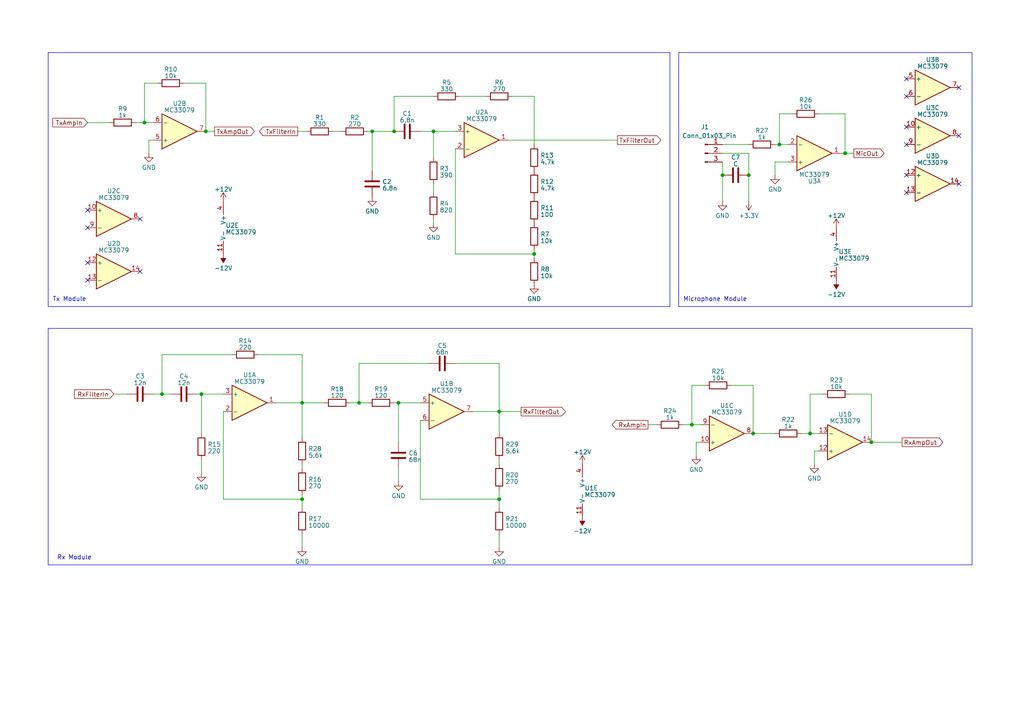
<source format=kicad_sch>
(kicad_sch (version 20230121) (generator eeschema)
  (paper "A4")
  (lib_symbols
    (symbol "Amplifier_Operational:MC33079" (pin_names (offset 0.127))
      (property "Reference" "U" (at 0 5.08 0))
      (property "Value" "MC33079" (at 0 -5.08 0))
      (symbol "MC33079_1_1"
        (polyline (pts (xy -5.08 5.08) (xy 5.08 0) (xy -5.08 -5.08) (xy -5.08 5.08)) (stroke (width 0.254)) (fill (type background)))
        (pin output line (at 7.62 0 180) (length 2.54) (name "~") (number "1"))
        (pin input line (at -7.62 -2.54 0) (length 2.54) (name "-") (number "2"))
        (pin input line (at -7.62 2.54 0) (length 2.54) (name "+") (number "3"))
      )
      (symbol "MC33079_2_1"
        (polyline (pts (xy -5.08 5.08) (xy 5.08 0) (xy -5.08 -5.08) (xy -5.08 5.08)) (stroke (width 0.254)) (fill (type background)))
        (pin input line (at -7.62 2.54 0) (length 2.54) (name "+") (number "5"))
        (pin input line (at -7.62 -2.54 0) (length 2.54) (name "-") (number "6"))
        (pin output line (at 7.62 0 180) (length 2.54) (name "~") (number "7"))
      )
      (symbol "MC33079_3_1"
        (polyline (pts (xy -5.08 5.08) (xy 5.08 0) (xy -5.08 -5.08) (xy -5.08 5.08)) (stroke (width 0.254)) (fill (type background)))
        (pin input line (at -7.62 2.54 0) (length 2.54) (name "+") (number "10"))
        (pin output line (at 7.62 0 180) (length 2.54) (name "~") (number "8"))
        (pin input line (at -7.62 -2.54 0) (length 2.54) (name "-") (number "9"))
      )
      (symbol "MC33079_4_1"
        (polyline (pts (xy -5.08 5.08) (xy 5.08 0) (xy -5.08 -5.08) (xy -5.08 5.08)) (stroke (width 0.254)) (fill (type background)))
        (pin input line (at -7.62 2.54 0) (length 2.54) (name "+") (number "12"))
        (pin input line (at -7.62 -2.54 0) (length 2.54) (name "-") (number "13"))
        (pin output line (at 7.62 0 180) (length 2.54) (name "~") (number "14"))
      )
      (symbol "MC33079_5_1"
        (pin power_in line (at -2.54 -7.62 90) (length 3.81) (name "V-") (number "11"))
        (pin power_in line (at -2.54 7.62 270) (length 3.81) (name "V+") (number "4"))
      )
    )
    (symbol "Connector:Conn_01x03_Pin" (pin_names (offset 1.016) hide)
      (property "Reference" "J" (at 0 5.08 0))
      (property "Value" "Conn_01x03_Pin" (at 0 -5.08 0))
      (symbol "Conn_01x03_Pin_1_1"
        (polyline (pts (xy 1.27 -2.54) (xy 0.8636 -2.54)) (stroke (width 0.1524)))
        (polyline (pts (xy 1.27 0) (xy 0.8636 0)) (stroke (width 0.1524)))
        (polyline (pts (xy 1.27 2.54) (xy 0.8636 2.54)) (stroke (width 0.1524)))
        (rectangle (start 0.8636 -2.413) (end 0 -2.667) (stroke (width 0.1524)) (fill (type outline)))
        (rectangle (start 0.8636 0.127) (end 0 -0.127) (stroke (width 0.1524)) (fill (type outline)))
        (rectangle (start 0.8636 2.667) (end 0 2.413) (stroke (width 0.1524)) (fill (type outline)))
        (pin passive line (at 5.08 2.54 180) (length 3.81) (name "Pin_1") (number "1"))
        (pin passive line (at 5.08 0 180) (length 3.81) (name "Pin_2") (number "2"))
        (pin passive line (at 5.08 -2.54 180) (length 3.81) (name "Pin_3") (number "3"))
      )
    )
    (symbol "Device:C" (pin_numbers hide) (pin_names (offset 0.254))
      (property "Reference" "C" (at 0.635 2.54 0))
      (property "Value" "C" (at 0.635 -2.54 0))
      (symbol "C_0_1"
        (polyline (pts (xy -2.032 -0.762) (xy 2.032 -0.762)) (stroke (width 0.508)))
        (polyline (pts (xy -2.032 0.762) (xy 2.032 0.762)) (stroke (width 0.508)))
      )
      (symbol "C_1_1"
        (pin passive line (at 0 3.81 270) (length 2.794) (name "~") (number "1"))
        (pin passive line (at 0 -3.81 90) (length 2.794) (name "~") (number "2"))
      )
    )
    (symbol "Device:R" (pin_numbers hide) (pin_names (offset 0))
      (property "Reference" "R" (at 2.032 0 90))
      (property "Value" "R" (at 0 0 90))
      (symbol "R_0_1"
        (rectangle (start -1.016 -2.54) (end 1.016 2.54) (stroke (width 0.254)))
      )
      (symbol "R_1_1"
        (pin passive line (at 0 3.81 270) (length 1.27) (name "~") (number "1"))
        (pin passive line (at 0 -3.81 90) (length 1.27) (name "~") (number "2"))
      )
    )
    (symbol "power:+12V" (power) (pin_names (offset 0))
      (property "Value" "+12V" (at 0 3.556 0))
      (symbol "+12V_0_1"
        (polyline (pts (xy -0.762 1.27) (xy 0 2.54)))
        (polyline (pts (xy 0 0) (xy 0 2.54)))
        (polyline (pts (xy 0 2.54) (xy 0.762 1.27)))
      )
      (symbol "+12V_1_1"
        (pin power_in line (at 0 0 90) (length 0) hide (name "+12V") (number "1"))
      )
    )
    (symbol "power:+3.3V" (power) (pin_names (offset 0))
      (property "Value" "+3.3V" (at 0 3.556 0))
      (symbol "+3.3V_0_1"
        (polyline (pts (xy -0.762 1.27) (xy 0 2.54)))
        (polyline (pts (xy 0 0) (xy 0 2.54)))
        (polyline (pts (xy 0 2.54) (xy 0.762 1.27)))
      )
      (symbol "+3.3V_1_1"
        (pin power_in line (at 0 0 90) (length 0) hide (name "+3.3V") (number "1"))
      )
    )
    (symbol "power:-12V" (power) (pin_names (offset 0))
      (property "Value" "-12V" (at 0 3.81 0))
      (symbol "-12V_0_0"
        (pin power_in line (at 0 0 90) (length 0) hide (name "-12V") (number "1"))
      )
      (symbol "-12V_0_1"
        (polyline (pts (xy 0 0) (xy 0 1.27) (xy 0.762 1.27) (xy 0 2.54) (xy -0.762 1.27) (xy 0 1.27)) (fill (type outline)))
      )
    )
    (symbol "power:GND" (power) (pin_names (offset 0))
      (property "Value" "GND" (at 0 -3.81 0))
      (symbol "GND_0_1"
        (polyline (pts (xy 0 0) (xy 0 -1.27) (xy 1.27 -1.27) (xy 0 -2.54) (xy -1.27 -1.27) (xy 0 -1.27)))
      )
      (symbol "GND_1_1"
        (pin power_in line (at 0 0 270) (length 0) hide (name "GND") (number "1"))
      )
    )
  )
  (junction (at 115.57 116.84))
  (junction (at 107.95 38.1))
  (junction (at 218.44 125.73))
  (junction (at 125.73 38.1))
  (junction (at 245.11 44.45))
  (junction (at 59.69 38.1))
  (junction (at 58.42 114.3))
  (junction (at 144.78 144.78))
  (junction (at 144.78 119.38))
  (junction (at 217.17 50.8))
  (junction (at 41.91 35.56))
  (junction (at 114.3 38.1))
  (junction (at 46.99 114.3))
  (junction (at 87.63 144.78))
  (junction (at 226.06 41.91))
  (junction (at 87.63 116.84))
  (junction (at 234.95 125.73))
  (junction (at 252.73 128.27))
  (junction (at 209.55 50.8))
  (junction (at 104.14 116.84))
  (junction (at 154.94 73.66))
  (junction (at 200.66 123.19))
  (no_connect (at 278.13 25.4))
  (no_connect (at 40.64 78.74))
  (no_connect (at 262.89 50.8))
  (no_connect (at 278.13 53.34))
  (no_connect (at 278.13 39.37))
  (no_connect (at 262.89 27.94))
  (no_connect (at 262.89 55.88))
  (no_connect (at 25.4 60.96))
  (no_connect (at 262.89 22.86))
  (no_connect (at 25.4 81.28))
  (no_connect (at 262.89 41.91))
  (no_connect (at 25.4 76.2))
  (no_connect (at 40.64 63.5))
  (no_connect (at 262.89 36.83))
  (no_connect (at 25.4 66.04))
  (wire (pts (xy 87.63 154.94) (xy 87.63 158.75)))
  (wire (pts (xy 217.17 44.45) (xy 217.17 50.8)))
  (wire (pts (xy 121.92 144.78) (xy 144.78 144.78)))
  (wire (pts (xy 236.22 130.81) (xy 237.49 130.81)))
  (wire (pts (xy 41.91 35.56) (xy 41.91 24.13)))
  (wire (pts (xy 86.36 38.1) (xy 88.9 38.1)))
  (wire (pts (xy 124.46 105.41) (xy 104.14 105.41)))
  (wire (pts (xy 125.73 27.94) (xy 114.3 27.94)))
  (wire (pts (xy 200.66 123.19) (xy 203.2 123.19)))
  (wire (pts (xy 234.95 125.73) (xy 237.49 125.73)))
  (wire (pts (xy 209.55 50.8) (xy 209.55 58.42)))
  (wire (pts (xy 234.95 125.73) (xy 234.95 114.3)))
  (wire (pts (xy 107.95 38.1) (xy 114.3 38.1)))
  (wire (pts (xy 125.73 38.1) (xy 132.08 38.1)))
  (wire (pts (xy 121.92 121.92) (xy 121.92 144.78)))
  (wire (pts (xy 144.78 119.38) (xy 144.78 125.73)))
  (wire (pts (xy 58.42 114.3) (xy 64.77 114.3)))
  (wire (pts (xy 144.78 133.35) (xy 144.78 134.62)))
  (wire (pts (xy 64.77 144.78) (xy 87.63 144.78)))
  (wire (pts (xy 41.91 24.13) (xy 45.72 24.13)))
  (wire (pts (xy 87.63 116.84) (xy 93.98 116.84)))
  (wire (pts (xy 224.79 50.8) (xy 224.79 46.99)))
  (wire (pts (xy 209.55 41.91) (xy 217.17 41.91)))
  (wire (pts (xy 87.63 116.84) (xy 87.63 127)))
  (wire (pts (xy 144.78 154.94) (xy 144.78 158.75)))
  (wire (pts (xy 201.93 128.27) (xy 203.2 128.27)))
  (wire (pts (xy 33.02 114.3) (xy 36.83 114.3)))
  (wire (pts (xy 125.73 53.34) (xy 125.73 55.88)))
  (wire (pts (xy 252.73 114.3) (xy 252.73 128.27)))
  (wire (pts (xy 44.45 114.3) (xy 46.99 114.3)))
  (wire (pts (xy 125.73 38.1) (xy 125.73 45.72)))
  (wire (pts (xy 58.42 125.73) (xy 58.42 114.3)))
  (wire (pts (xy 114.3 27.94) (xy 114.3 38.1)))
  (wire (pts (xy 101.6 116.84) (xy 104.14 116.84)))
  (wire (pts (xy 148.59 27.94) (xy 154.94 27.94)))
  (wire (pts (xy 80.01 116.84) (xy 87.63 116.84)))
  (wire (pts (xy 43.18 40.64) (xy 43.18 44.45)))
  (wire (pts (xy 87.63 143.51) (xy 87.63 144.78)))
  (wire (pts (xy 226.06 41.91) (xy 228.6 41.91)))
  (wire (pts (xy 125.73 63.5) (xy 125.73 64.77)))
  (wire (pts (xy 246.38 114.3) (xy 252.73 114.3)))
  (wire (pts (xy 41.91 35.56) (xy 44.45 35.56)))
  (wire (pts (xy 237.49 33.02) (xy 245.11 33.02)))
  (wire (pts (xy 115.57 135.89) (xy 115.57 139.7)))
  (wire (pts (xy 232.41 125.73) (xy 234.95 125.73)))
  (wire (pts (xy 121.92 38.1) (xy 125.73 38.1)))
  (wire (pts (xy 209.55 44.45) (xy 217.17 44.45)))
  (wire (pts (xy 107.95 49.53) (xy 107.95 38.1)))
  (wire (pts (xy 132.08 105.41) (xy 144.78 105.41)))
  (wire (pts (xy 226.06 33.02) (xy 226.06 41.91)))
  (wire (pts (xy 39.37 35.56) (xy 41.91 35.56)))
  (wire (pts (xy 198.12 123.19) (xy 200.66 123.19)))
  (wire (pts (xy 147.32 40.64) (xy 179.07 40.64)))
  (wire (pts (xy 67.31 102.87) (xy 46.99 102.87)))
  (wire (pts (xy 201.93 128.27) (xy 201.93 132.08)))
  (wire (pts (xy 187.96 123.19) (xy 190.5 123.19)))
  (wire (pts (xy 245.11 33.02) (xy 245.11 44.45)))
  (wire (pts (xy 87.63 102.87) (xy 87.63 116.84)))
  (wire (pts (xy 46.99 114.3) (xy 49.53 114.3)))
  (wire (pts (xy 132.08 43.18) (xy 132.08 73.66)))
  (wire (pts (xy 217.17 58.42) (xy 217.17 50.8)))
  (wire (pts (xy 115.57 116.84) (xy 121.92 116.84)))
  (wire (pts (xy 200.66 123.19) (xy 200.66 111.76)))
  (wire (pts (xy 154.94 27.94) (xy 154.94 41.91)))
  (wire (pts (xy 212.09 111.76) (xy 218.44 111.76)))
  (wire (pts (xy 57.15 114.3) (xy 58.42 114.3)))
  (wire (pts (xy 43.18 40.64) (xy 44.45 40.64)))
  (wire (pts (xy 104.14 105.41) (xy 104.14 116.84)))
  (wire (pts (xy 58.42 133.35) (xy 58.42 137.16)))
  (wire (pts (xy 106.68 38.1) (xy 107.95 38.1)))
  (wire (pts (xy 46.99 102.87) (xy 46.99 114.3)))
  (wire (pts (xy 137.16 119.38) (xy 144.78 119.38)))
  (wire (pts (xy 234.95 114.3) (xy 238.76 114.3)))
  (wire (pts (xy 59.69 24.13) (xy 59.69 38.1)))
  (wire (pts (xy 74.93 102.87) (xy 87.63 102.87)))
  (wire (pts (xy 132.08 73.66) (xy 154.94 73.66)))
  (wire (pts (xy 243.84 44.45) (xy 245.11 44.45)))
  (wire (pts (xy 144.78 119.38) (xy 151.13 119.38)))
  (wire (pts (xy 229.87 33.02) (xy 226.06 33.02)))
  (wire (pts (xy 245.11 44.45) (xy 247.65 44.45)))
  (wire (pts (xy 114.3 116.84) (xy 115.57 116.84)))
  (wire (pts (xy 59.69 38.1) (xy 62.23 38.1)))
  (wire (pts (xy 87.63 134.62) (xy 87.63 135.89)))
  (wire (pts (xy 133.35 27.94) (xy 140.97 27.94)))
  (wire (pts (xy 144.78 105.41) (xy 144.78 119.38)))
  (wire (pts (xy 224.79 46.99) (xy 228.6 46.99)))
  (wire (pts (xy 115.57 128.27) (xy 115.57 116.84)))
  (wire (pts (xy 218.44 125.73) (xy 224.79 125.73)))
  (wire (pts (xy 154.94 73.66) (xy 154.94 74.93)))
  (wire (pts (xy 218.44 111.76) (xy 218.44 125.73)))
  (wire (pts (xy 104.14 116.84) (xy 106.68 116.84)))
  (wire (pts (xy 87.63 144.78) (xy 87.63 147.32)))
  (wire (pts (xy 200.66 111.76) (xy 204.47 111.76)))
  (wire (pts (xy 154.94 72.39) (xy 154.94 73.66)))
  (wire (pts (xy 53.34 24.13) (xy 59.69 24.13)))
  (wire (pts (xy 236.22 130.81) (xy 236.22 134.62)))
  (wire (pts (xy 64.77 119.38) (xy 64.77 144.78)))
  (wire (pts (xy 209.55 46.99) (xy 209.55 50.8)))
  (wire (pts (xy 224.79 41.91) (xy 226.06 41.91)))
  (wire (pts (xy 252.73 128.27) (xy 261.62 128.27)))
  (wire (pts (xy 144.78 144.78) (xy 144.78 147.32)))
  (wire (pts (xy 96.52 38.1) (xy 99.06 38.1)))
  (wire (pts (xy 144.78 142.24) (xy 144.78 144.78)))
  (wire (pts (xy 25.4 35.56) (xy 31.75 35.56)))
  (rectangle (start 13.97 95.25) (end 281.94 163.83))
  (rectangle (start 196.85 15.24) (end 281.94 88.9))
  (rectangle (start 13.97 15.24) (end 194.31 88.9))
  (text "Microphone Module" (at 198.12 87.63 0) (effects (font (size 1.27 1.27)) (justify left bottom)))
  (text "Tx Module" (at 15.24 87.63 0) (effects (font (size 1.27 1.27)) (justify left bottom)))
  (text "Rx Module\n" (at 16.51 162.56 0) (effects (font (size 1.27 1.27)) (justify left bottom)))
  (global_label "TxAmpIn" (shape input) (at 25.4 35.56 180) (property "Intersheetrefs" "${INTERSHEET_REFS}" (effects hide)))
  (global_label "RxFilterOut" (shape output) (at 151.13 119.38 0) (property "Intersheetrefs" "${INTERSHEET_REFS}" (effects hide)))
  (global_label "MicOut" (shape output) (at 247.65 44.45 0) (property "Intersheetrefs" "${INTERSHEET_REFS}" (effects hide)))
  (global_label "TxFilterIn" (shape output) (at 86.36 38.1 180) (property "Intersheetrefs" "${INTERSHEET_REFS}" (effects hide)))
  (global_label "RxAmpIn" (shape output) (at 187.96 123.19 180) (property "Intersheetrefs" "${INTERSHEET_REFS}" (effects hide)))
  (global_label "TxFilterOut" (shape output) (at 179.07 40.64 0) (property "Intersheetrefs" "${INTERSHEET_REFS}" (effects hide)))
  (global_label "TxAmpOut" (shape output) (at 62.23 38.1 0) (property "Intersheetrefs" "${INTERSHEET_REFS}" (effects hide)))
  (global_label "RxFilterIn" (shape input) (at 33.02 114.3 180) (property "Intersheetrefs" "${INTERSHEET_REFS}" (effects hide)))
  (global_label "RxAmpOut" (shape output) (at 261.62 128.27 0) (property "Intersheetrefs" "${INTERSHEET_REFS}" (effects hide)))
  (symbol (lib_id "Device:R") (at 110.49 116.84 90) (unit 1)
    (property "Reference" "R19" (at 110.49 112.8141 90))
    (property "Value" "120" (at 110.49 114.7351 90))
  )
  (symbol (lib_id "Device:R") (at 154.94 53.34 180) (unit 1)
    (property "Reference" "R12" (at 156.718 52.6963 0) (effects (justify right)))
    (property "Value" "4.7k" (at 156.718 54.6173 0) (effects (justify right)))
  )
  (symbol (lib_id "Amplifier_Operational:MC33079") (at 245.11 73.66 0) (unit 5)
    (property "Reference" "U3" (at 243.205 73.0163 0) (effects (justify left)))
    (property "Value" "MC33079" (at 243.205 74.9373 0) (effects (justify left)))
    (property "Datasheet" "https://www.onsemi.com/pub/Collateral/MC33078-D.PDF" (effects hide))
  )
  (symbol (lib_id "Amplifier_Operational:MC33079") (at 236.22 44.45 0) (mirror x) (unit 1)
    (property "Reference" "U3" (at 236.22 52.5399 0))
    (property "Value" "MC33079" (at 236.22 50.6189 0))
    (property "Datasheet" "https://www.onsemi.com/pub/Collateral/MC33078-D.PDF" (effects hide))
  )
  (symbol (lib_id "Amplifier_Operational:MC33079") (at 270.51 39.37 0) (unit 3)
    (property "Reference" "U3" (at 270.51 31.2801 0))
    (property "Value" "MC33079" (at 270.51 33.2011 0))
    (property "Datasheet" "https://www.onsemi.com/pub/Collateral/MC33078-D.PDF" (effects hide))
  )
  (symbol (lib_id "Amplifier_Operational:MC33079") (at 270.51 25.4 0) (unit 2)
    (property "Reference" "U3" (at 270.51 17.3101 0))
    (property "Value" "MC33079" (at 270.51 19.2311 0))
    (property "Datasheet" "https://www.onsemi.com/pub/Collateral/MC33078-D.PDF" (effects hide))
  )
  (symbol (lib_id "Amplifier_Operational:MC33079") (at 33.02 78.74 0) (unit 4)
    (property "Reference" "U2" (at 33.02 70.6501 0))
    (property "Value" "MC33079" (at 33.02 72.5711 0))
    (property "Footprint" "MC33079P:DIL14" (effects hide))
    (property "Datasheet" "https://www.onsemi.com/pub/Collateral/MC33078-D.PDF" (effects hide))
  )
  (symbol (lib_id "power:GND") (at 236.22 134.62 0) (unit 1)
    (property "Reference" "#PWR09" (effects hide))
    (property "Value" "GND" (at 236.22 138.7555 0))
  )
  (symbol (lib_id "Device:R") (at 144.78 138.43 180) (unit 1)
    (property "Reference" "R20" (at 146.558 137.7863 0) (effects (justify right)))
    (property "Value" "270" (at 146.558 139.7073 0) (effects (justify right)))
  )
  (symbol (lib_id "Amplifier_Operational:MC33079") (at 245.11 128.27 0) (mirror x) (unit 4)
    (property "Reference" "U1" (at 245.11 120.1801 0))
    (property "Value" "MC33079" (at 245.11 122.1011 0))
    (property "Datasheet" "https://www.onsemi.com/pub/Collateral/MC33078-D.PDF" (effects hide))
  )
  (symbol (lib_id "power:GND") (at 224.79 50.8 0) (unit 1)
    (property "Reference" "#PWR011" (effects hide))
    (property "Value" "GND" (at 224.79 54.9355 0))
  )
  (symbol (lib_id "Device:C") (at 40.64 114.3 90) (unit 1)
    (property "Reference" "C3" (at 40.64 109.1311 90))
    (property "Value" "12n" (at 40.64 111.0521 90))
  )
  (symbol (lib_id "Amplifier_Operational:MC33079") (at 72.39 116.84 0) (unit 1)
    (property "Reference" "U1" (at 72.39 108.7501 0))
    (property "Value" "MC33079" (at 72.39 110.6711 0))
    (property "Datasheet" "https://www.onsemi.com/pub/Collateral/MC33078-D.PDF" (effects hide))
  )
  (symbol (lib_id "Device:R") (at 125.73 49.53 0) (unit 1)
    (property "Reference" "R3" (at 127.508 48.8863 0) (effects (justify left)))
    (property "Value" "390" (at 127.508 50.8073 0) (effects (justify left)))
  )
  (symbol (lib_id "Amplifier_Operational:MC33079") (at 210.82 125.73 0) (mirror x) (unit 3)
    (property "Reference" "U1" (at 210.82 117.6401 0))
    (property "Value" "MC33079" (at 210.82 119.5611 0))
    (property "Datasheet" "https://www.onsemi.com/pub/Collateral/MC33078-D.PDF" (effects hide))
  )
  (symbol (lib_id "Device:R") (at 242.57 114.3 90) (unit 1)
    (property "Reference" "R23" (at 242.57 110.2741 90))
    (property "Value" "10k" (at 242.57 112.1951 90))
  )
  (symbol (lib_id "Device:R") (at 154.94 45.72 180) (unit 1)
    (property "Reference" "R13" (at 156.718 45.0763 0) (effects (justify right)))
    (property "Value" "4.7k" (at 156.718 46.9973 0) (effects (justify right)))
  )
  (symbol (lib_id "Device:R") (at 102.87 38.1 270) (unit 1)
    (property "Reference" "R2" (at 102.87 34.0741 90))
    (property "Value" "270" (at 102.87 35.9951 90))
  )
  (symbol (lib_id "Device:R") (at 144.78 129.54 180) (unit 1)
    (property "Reference" "R29" (at 146.558 128.8963 0) (effects (justify right)))
    (property "Value" "5.6k" (at 146.558 130.8173 0) (effects (justify right)))
  )
  (symbol (lib_id "Device:R") (at 154.94 68.58 180) (unit 1)
    (property "Reference" "R7" (at 156.718 67.9363 0) (effects (justify right)))
    (property "Value" "10k" (at 156.718 69.8573 0) (effects (justify right)))
  )
  (symbol (lib_id "Device:R") (at 144.78 151.13 180) (unit 1)
    (property "Reference" "R21" (at 146.558 150.4863 0) (effects (justify right)))
    (property "Value" "10000" (at 146.558 152.4073 0) (effects (justify right)))
  )
  (symbol (lib_id "Amplifier_Operational:MC33079") (at 171.45 142.24 0) (unit 5)
    (property "Reference" "U1" (at 169.545 141.5963 0) (effects (justify left)))
    (property "Value" "MC33079" (at 169.545 143.5173 0) (effects (justify left)))
    (property "Datasheet" "https://www.onsemi.com/pub/Collateral/MC33078-D.PDF" (effects hide))
  )
  (symbol (lib_id "Device:R") (at 228.6 125.73 90) (unit 1)
    (property "Reference" "R22" (at 228.6 121.7041 90))
    (property "Value" "1k" (at 228.6 123.6251 90))
  )
  (symbol (lib_id "Device:R") (at 220.98 41.91 90) (unit 1)
    (property "Reference" "R27" (at 220.98 37.8841 90))
    (property "Value" "1k" (at 220.98 39.8051 90))
  )
  (symbol (lib_id "Device:R") (at 233.68 33.02 90) (unit 1)
    (property "Reference" "R26" (at 233.68 28.9941 90))
    (property "Value" "10k" (at 233.68 30.9151 90))
  )
  (symbol (lib_id "power:-12V") (at 168.91 149.86 180) (unit 1)
    (property "Reference" "#PWR014" (effects hide))
    (property "Value" "-12V" (at 168.91 153.9955 0))
  )
  (symbol (lib_id "power:GND") (at 107.95 57.15 0) (unit 1)
    (property "Reference" "#PWR04" (effects hide))
    (property "Value" "GND" (at 107.95 61.2855 0))
  )
  (symbol (lib_id "Device:R") (at 92.71 38.1 270) (unit 1)
    (property "Reference" "R1" (at 92.71 34.0741 90))
    (property "Value" "330" (at 92.71 35.9951 90))
  )
  (symbol (lib_id "Device:C") (at 118.11 38.1 90) (unit 1)
    (property "Reference" "C1" (at 118.11 32.9311 90))
    (property "Value" "6.8n" (at 118.11 34.8521 90))
  )
  (symbol (lib_id "power:GND") (at 115.57 139.7 0) (unit 1)
    (property "Reference" "#PWR07" (effects hide))
    (property "Value" "GND" (at 115.57 143.8355 0))
  )
  (symbol (lib_id "Device:R") (at 49.53 24.13 90) (unit 1)
    (property "Reference" "R10" (at 49.53 20.1041 90))
    (property "Value" "10k" (at 49.53 22.0251 90))
  )
  (symbol (lib_id "power:GND") (at 43.18 44.45 0) (unit 1)
    (property "Reference" "#PWR03" (effects hide))
    (property "Value" "GND" (at 43.18 48.5855 0))
  )
  (symbol (lib_id "Amplifier_Operational:MC33079") (at 33.02 63.5 0) (unit 3)
    (property "Reference" "U2" (at 33.02 55.4101 0))
    (property "Value" "MC33079" (at 33.02 57.3311 0))
    (property "Footprint" "MC33079P:DIL14" (effects hide))
    (property "Datasheet" "https://www.onsemi.com/pub/Collateral/MC33078-D.PDF" (effects hide))
  )
  (symbol (lib_id "power:GND") (at 144.78 158.75 0) (unit 1)
    (property "Reference" "#PWR08" (effects hide))
    (property "Value" "GND" (at 144.78 162.8855 0))
  )
  (symbol (lib_id "Device:R") (at 87.63 139.7 180) (unit 1)
    (property "Reference" "R16" (at 89.408 139.0563 0) (effects (justify right)))
    (property "Value" "270" (at 89.408 140.9773 0) (effects (justify right)))
  )
  (symbol (lib_id "power:+12V") (at 64.77 58.42 0) (unit 1)
    (property "Reference" "#PWR016" (effects hide))
    (property "Value" "+12V" (at 64.77 54.9181 0))
  )
  (symbol (lib_id "Device:R") (at 154.94 60.96 180) (unit 1)
    (property "Reference" "R11" (at 156.718 60.3163 0) (effects (justify right)))
    (property "Value" "100" (at 156.718 62.2373 0) (effects (justify right)))
  )
  (symbol (lib_id "power:-12V") (at 64.77 73.66 180) (unit 1)
    (property "Reference" "#PWR012" (effects hide))
    (property "Value" "-12V" (at 64.77 77.7955 0))
  )
  (symbol (lib_id "Device:R") (at 71.12 102.87 90) (unit 1)
    (property "Reference" "R14" (at 71.12 98.8441 90))
    (property "Value" "220" (at 71.12 100.7651 90))
  )
  (symbol (lib_id "power:+3.3V") (at 217.17 58.42 180) (unit 1)
    (property "Reference" "#PWR019" (effects hide))
    (property "Value" "+3.3V" (at 217.17 62.5555 0))
  )
  (symbol (lib_id "Device:R") (at 194.31 123.19 90) (unit 1)
    (property "Reference" "R24" (at 194.31 119.1641 90))
    (property "Value" "1k" (at 194.31 121.0851 90))
  )
  (symbol (lib_id "power:+12V") (at 242.57 66.04 0) (unit 1)
    (property "Reference" "#PWR015" (effects hide))
    (property "Value" "+12V" (at 242.57 62.5381 0))
  )
  (symbol (lib_id "Amplifier_Operational:MC33079") (at 270.51 53.34 0) (unit 4)
    (property "Reference" "U3" (at 270.51 45.2501 0))
    (property "Value" "MC33079" (at 270.51 47.1711 0))
    (property "Datasheet" "https://www.onsemi.com/pub/Collateral/MC33078-D.PDF" (effects hide))
  )
  (symbol (lib_id "Device:C") (at 115.57 132.08 180) (unit 1)
    (property "Reference" "C6" (at 118.491 131.4363 0) (effects (justify right)))
    (property "Value" "68n" (at 118.491 133.3573 0) (effects (justify right)))
  )
  (symbol (lib_id "Device:R") (at 208.28 111.76 90) (unit 1)
    (property "Reference" "R25" (at 208.28 107.7341 90))
    (property "Value" "10k" (at 208.28 109.6551 90))
  )
  (symbol (lib_id "Amplifier_Operational:MC33079") (at 129.54 119.38 0) (unit 2)
    (property "Reference" "U1" (at 129.54 111.2901 0))
    (property "Value" "MC33079" (at 129.54 113.2111 0))
    (property "Datasheet" "https://www.onsemi.com/pub/Collateral/MC33078-D.PDF" (effects hide))
  )
  (symbol (lib_id "Device:C") (at 53.34 114.3 90) (unit 1)
    (property "Reference" "C4" (at 53.34 109.1311 90))
    (property "Value" "12n" (at 53.34 111.0521 90))
  )
  (symbol (lib_id "Device:C") (at 128.27 105.41 90) (unit 1)
    (property "Reference" "C5" (at 128.27 100.2411 90))
    (property "Value" "68n" (at 128.27 102.1621 90))
  )
  (symbol (lib_id "Amplifier_Operational:MC33079") (at 52.07 38.1 0) (mirror x) (unit 2)
    (property "Reference" "U2" (at 52.07 30.0101 0))
    (property "Value" "MC33079" (at 52.07 31.9311 0))
    (property "Footprint" "MC33079P:DIL14" (effects hide))
    (property "Datasheet" "https://www.onsemi.com/pub/Collateral/MC33078-D.PDF" (effects hide))
  )
  (symbol (lib_id "Amplifier_Operational:MC33079") (at 139.7 40.64 0) (unit 1)
    (property "Reference" "U2" (at 139.7 32.5501 0))
    (property "Value" "MC33079" (at 139.7 34.4711 0))
    (property "Footprint" "MC33079P:DIL14" (effects hide))
    (property "Datasheet" "https://www.onsemi.com/pub/Collateral/MC33078-D.PDF" (effects hide))
  )
  (symbol (lib_id "Device:C") (at 107.95 53.34 180) (unit 1)
    (property "Reference" "C2" (at 110.871 52.6963 0) (effects (justify right)))
    (property "Value" "6.8n" (at 110.871 54.6173 0) (effects (justify right)))
  )
  (symbol (lib_id "power:-12V") (at 242.57 81.28 180) (unit 1)
    (property "Reference" "#PWR013" (effects hide))
    (property "Value" "-12V" (at 242.57 85.4155 0))
  )
  (symbol (lib_id "power:GND") (at 58.42 137.16 0) (unit 1)
    (property "Reference" "#PWR06" (effects hide))
    (property "Value" "GND" (at 58.42 141.2955 0))
  )
  (symbol (lib_id "Device:R") (at 97.79 116.84 90) (unit 1)
    (property "Reference" "R18" (at 97.79 112.8141 90))
    (property "Value" "120" (at 97.79 114.7351 90))
  )
  (symbol (lib_id "Device:C") (at 213.36 50.8 90) (unit 1)
    (property "Reference" "C7" (at 213.36 45.6311 90))
    (property "Value" "C" (at 213.36 47.5521 90))
  )
  (symbol (lib_id "Device:R") (at 87.63 151.13 180) (unit 1)
    (property "Reference" "R17" (at 89.408 150.4863 0) (effects (justify right)))
    (property "Value" "10000" (at 89.408 152.4073 0) (effects (justify right)))
  )
  (symbol (lib_id "Device:R") (at 129.54 27.94 90) (unit 1)
    (property "Reference" "R5" (at 129.54 23.9141 90))
    (property "Value" "330" (at 129.54 25.8351 90))
  )
  (symbol (lib_id "Connector:Conn_01x03_Pin") (at 204.47 44.45 0) (unit 1)
    (property "Reference" "J1" (at 204.47 36.83 0))
    (property "Value" "Conn_01x03_Pin" (at 205.74 39.37 0))
  )
  (symbol (lib_id "Device:R") (at 35.56 35.56 90) (unit 1)
    (property "Reference" "R9" (at 35.56 31.5341 90))
    (property "Value" "1k" (at 35.56 33.4551 90))
  )
  (symbol (lib_id "power:+12V") (at 168.91 134.62 0) (unit 1)
    (property "Reference" "#PWR017" (effects hide))
    (property "Value" "+12V" (at 168.91 131.1181 0))
  )
  (symbol (lib_id "Device:R") (at 154.94 78.74 180) (unit 1)
    (property "Reference" "R8" (at 156.718 78.0963 0) (effects (justify right)))
    (property "Value" "10k" (at 156.718 80.0173 0) (effects (justify right)))
  )
  (symbol (lib_id "power:GND") (at 201.93 132.08 0) (unit 1)
    (property "Reference" "#PWR010" (effects hide))
    (property "Value" "GND" (at 201.93 136.2155 0))
  )
  (symbol (lib_id "Device:R") (at 58.42 129.54 180) (unit 1)
    (property "Reference" "R15" (at 60.198 128.8963 0) (effects (justify right)))
    (property "Value" "220" (at 60.198 130.8173 0) (effects (justify right)))
  )
  (symbol (lib_id "power:GND") (at 87.63 158.75 0) (unit 1)
    (property "Reference" "#PWR05" (effects hide))
    (property "Value" "GND" (at 87.63 162.8855 0))
  )
  (symbol (lib_id "power:GND") (at 209.55 58.42 0) (unit 1)
    (property "Reference" "#PWR018" (effects hide))
    (property "Value" "GND" (at 209.55 62.5555 0))
  )
  (symbol (lib_id "Device:R") (at 125.73 59.69 0) (unit 1)
    (property "Reference" "R4" (at 127.508 59.0463 0) (effects (justify left)))
    (property "Value" "820" (at 127.508 60.9673 0) (effects (justify left)))
  )
  (symbol (lib_id "power:GND") (at 154.94 82.55 0) (unit 1)
    (property "Reference" "#PWR01" (effects hide))
    (property "Value" "GND" (at 154.94 86.6855 0))
  )
  (symbol (lib_id "Device:R") (at 144.78 27.94 90) (unit 1)
    (property "Reference" "R6" (at 144.78 23.9141 90))
    (property "Value" "270" (at 144.78 25.8351 90))
  )
  (symbol (lib_id "power:GND") (at 125.73 64.77 0) (unit 1)
    (property "Reference" "#PWR02" (effects hide))
    (property "Value" "GND" (at 125.73 68.9055 0))
  )
  (symbol (lib_id "Amplifier_Operational:MC33079") (at 67.31 66.04 0) (unit 5)
    (property "Reference" "U2" (at 65.405 65.3963 0) (effects (justify left)))
    (property "Value" "MC33079" (at 65.405 67.3173 0) (effects (justify left)))
    (property "Footprint" "MC33079P:DIL14" (effects hide))
    (property "Datasheet" "https://www.onsemi.com/pub/Collateral/MC33078-D.PDF" (effects hide))
  )
  (symbol (lib_id "Device:R") (at 87.63 130.81 180) (unit 1)
    (property "Reference" "R28" (at 89.408 130.1663 0) (effects (justify right)))
    (property "Value" "5.6k" (at 89.408 132.0873 0) (effects (justify right)))
  )
)
</source>
